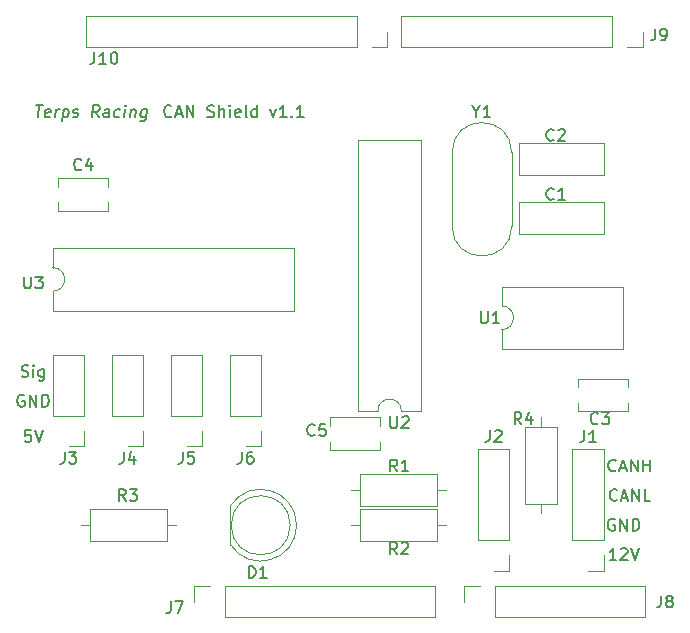
<source format=gbr>
%TF.GenerationSoftware,KiCad,Pcbnew,(5.1.9)-1*%
%TF.CreationDate,2021-10-25T23:02:33-04:00*%
%TF.ProjectId,CAN-Node-Shield,43414e2d-4e6f-4646-952d-536869656c64,rev?*%
%TF.SameCoordinates,Original*%
%TF.FileFunction,Legend,Top*%
%TF.FilePolarity,Positive*%
%FSLAX46Y46*%
G04 Gerber Fmt 4.6, Leading zero omitted, Abs format (unit mm)*
G04 Created by KiCad (PCBNEW (5.1.9)-1) date 2021-10-25 23:02:33*
%MOMM*%
%LPD*%
G01*
G04 APERTURE LIST*
%ADD10C,0.150000*%
%ADD11C,0.120000*%
G04 APERTURE END LIST*
D10*
X114023809Y-77404761D02*
X114166666Y-77452380D01*
X114404761Y-77452380D01*
X114500000Y-77404761D01*
X114547619Y-77357142D01*
X114595238Y-77261904D01*
X114595238Y-77166666D01*
X114547619Y-77071428D01*
X114500000Y-77023809D01*
X114404761Y-76976190D01*
X114214285Y-76928571D01*
X114119047Y-76880952D01*
X114071428Y-76833333D01*
X114023809Y-76738095D01*
X114023809Y-76642857D01*
X114071428Y-76547619D01*
X114119047Y-76500000D01*
X114214285Y-76452380D01*
X114452380Y-76452380D01*
X114595238Y-76500000D01*
X115023809Y-77452380D02*
X115023809Y-76785714D01*
X115023809Y-76452380D02*
X114976190Y-76500000D01*
X115023809Y-76547619D01*
X115071428Y-76500000D01*
X115023809Y-76452380D01*
X115023809Y-76547619D01*
X115928571Y-76785714D02*
X115928571Y-77595238D01*
X115880952Y-77690476D01*
X115833333Y-77738095D01*
X115738095Y-77785714D01*
X115595238Y-77785714D01*
X115500000Y-77738095D01*
X115928571Y-77404761D02*
X115833333Y-77452380D01*
X115642857Y-77452380D01*
X115547619Y-77404761D01*
X115500000Y-77357142D01*
X115452380Y-77261904D01*
X115452380Y-76976190D01*
X115500000Y-76880952D01*
X115547619Y-76833333D01*
X115642857Y-76785714D01*
X115833333Y-76785714D01*
X115928571Y-76833333D01*
X114238095Y-79000000D02*
X114142857Y-78952380D01*
X114000000Y-78952380D01*
X113857142Y-79000000D01*
X113761904Y-79095238D01*
X113714285Y-79190476D01*
X113666666Y-79380952D01*
X113666666Y-79523809D01*
X113714285Y-79714285D01*
X113761904Y-79809523D01*
X113857142Y-79904761D01*
X114000000Y-79952380D01*
X114095238Y-79952380D01*
X114238095Y-79904761D01*
X114285714Y-79857142D01*
X114285714Y-79523809D01*
X114095238Y-79523809D01*
X114714285Y-79952380D02*
X114714285Y-78952380D01*
X115285714Y-79952380D01*
X115285714Y-78952380D01*
X115761904Y-79952380D02*
X115761904Y-78952380D01*
X116000000Y-78952380D01*
X116142857Y-79000000D01*
X116238095Y-79095238D01*
X116285714Y-79190476D01*
X116333333Y-79380952D01*
X116333333Y-79523809D01*
X116285714Y-79714285D01*
X116238095Y-79809523D01*
X116142857Y-79904761D01*
X116000000Y-79952380D01*
X115761904Y-79952380D01*
X114809523Y-81952380D02*
X114333333Y-81952380D01*
X114285714Y-82428571D01*
X114333333Y-82380952D01*
X114428571Y-82333333D01*
X114666666Y-82333333D01*
X114761904Y-82380952D01*
X114809523Y-82428571D01*
X114857142Y-82523809D01*
X114857142Y-82761904D01*
X114809523Y-82857142D01*
X114761904Y-82904761D01*
X114666666Y-82952380D01*
X114428571Y-82952380D01*
X114333333Y-82904761D01*
X114285714Y-82857142D01*
X115142857Y-81952380D02*
X115476190Y-82952380D01*
X115809523Y-81952380D01*
X164333333Y-85357142D02*
X164285714Y-85404761D01*
X164142857Y-85452380D01*
X164047619Y-85452380D01*
X163904761Y-85404761D01*
X163809523Y-85309523D01*
X163761904Y-85214285D01*
X163714285Y-85023809D01*
X163714285Y-84880952D01*
X163761904Y-84690476D01*
X163809523Y-84595238D01*
X163904761Y-84500000D01*
X164047619Y-84452380D01*
X164142857Y-84452380D01*
X164285714Y-84500000D01*
X164333333Y-84547619D01*
X164714285Y-85166666D02*
X165190476Y-85166666D01*
X164619047Y-85452380D02*
X164952380Y-84452380D01*
X165285714Y-85452380D01*
X165619047Y-85452380D02*
X165619047Y-84452380D01*
X166190476Y-85452380D01*
X166190476Y-84452380D01*
X166666666Y-85452380D02*
X166666666Y-84452380D01*
X166666666Y-84928571D02*
X167238095Y-84928571D01*
X167238095Y-85452380D02*
X167238095Y-84452380D01*
X164452380Y-87857142D02*
X164404761Y-87904761D01*
X164261904Y-87952380D01*
X164166666Y-87952380D01*
X164023809Y-87904761D01*
X163928571Y-87809523D01*
X163880952Y-87714285D01*
X163833333Y-87523809D01*
X163833333Y-87380952D01*
X163880952Y-87190476D01*
X163928571Y-87095238D01*
X164023809Y-87000000D01*
X164166666Y-86952380D01*
X164261904Y-86952380D01*
X164404761Y-87000000D01*
X164452380Y-87047619D01*
X164833333Y-87666666D02*
X165309523Y-87666666D01*
X164738095Y-87952380D02*
X165071428Y-86952380D01*
X165404761Y-87952380D01*
X165738095Y-87952380D02*
X165738095Y-86952380D01*
X166309523Y-87952380D01*
X166309523Y-86952380D01*
X167261904Y-87952380D02*
X166785714Y-87952380D01*
X166785714Y-86952380D01*
X164238095Y-89500000D02*
X164142857Y-89452380D01*
X164000000Y-89452380D01*
X163857142Y-89500000D01*
X163761904Y-89595238D01*
X163714285Y-89690476D01*
X163666666Y-89880952D01*
X163666666Y-90023809D01*
X163714285Y-90214285D01*
X163761904Y-90309523D01*
X163857142Y-90404761D01*
X164000000Y-90452380D01*
X164095238Y-90452380D01*
X164238095Y-90404761D01*
X164285714Y-90357142D01*
X164285714Y-90023809D01*
X164095238Y-90023809D01*
X164714285Y-90452380D02*
X164714285Y-89452380D01*
X165285714Y-90452380D01*
X165285714Y-89452380D01*
X165761904Y-90452380D02*
X165761904Y-89452380D01*
X166000000Y-89452380D01*
X166142857Y-89500000D01*
X166238095Y-89595238D01*
X166285714Y-89690476D01*
X166333333Y-89880952D01*
X166333333Y-90023809D01*
X166285714Y-90214285D01*
X166238095Y-90309523D01*
X166142857Y-90404761D01*
X166000000Y-90452380D01*
X165761904Y-90452380D01*
X164380952Y-92952380D02*
X163809523Y-92952380D01*
X164095238Y-92952380D02*
X164095238Y-91952380D01*
X164000000Y-92095238D01*
X163904761Y-92190476D01*
X163809523Y-92238095D01*
X164761904Y-92047619D02*
X164809523Y-92000000D01*
X164904761Y-91952380D01*
X165142857Y-91952380D01*
X165238095Y-92000000D01*
X165285714Y-92047619D01*
X165333333Y-92142857D01*
X165333333Y-92238095D01*
X165285714Y-92380952D01*
X164714285Y-92952380D01*
X165333333Y-92952380D01*
X165619047Y-91952380D02*
X165952380Y-92952380D01*
X166285714Y-91952380D01*
X126714285Y-55357142D02*
X126666666Y-55404761D01*
X126523809Y-55452380D01*
X126428571Y-55452380D01*
X126285714Y-55404761D01*
X126190476Y-55309523D01*
X126142857Y-55214285D01*
X126095238Y-55023809D01*
X126095238Y-54880952D01*
X126142857Y-54690476D01*
X126190476Y-54595238D01*
X126285714Y-54500000D01*
X126428571Y-54452380D01*
X126523809Y-54452380D01*
X126666666Y-54500000D01*
X126714285Y-54547619D01*
X127095238Y-55166666D02*
X127571428Y-55166666D01*
X127000000Y-55452380D02*
X127333333Y-54452380D01*
X127666666Y-55452380D01*
X128000000Y-55452380D02*
X128000000Y-54452380D01*
X128571428Y-55452380D01*
X128571428Y-54452380D01*
X129761904Y-55404761D02*
X129904761Y-55452380D01*
X130142857Y-55452380D01*
X130238095Y-55404761D01*
X130285714Y-55357142D01*
X130333333Y-55261904D01*
X130333333Y-55166666D01*
X130285714Y-55071428D01*
X130238095Y-55023809D01*
X130142857Y-54976190D01*
X129952380Y-54928571D01*
X129857142Y-54880952D01*
X129809523Y-54833333D01*
X129761904Y-54738095D01*
X129761904Y-54642857D01*
X129809523Y-54547619D01*
X129857142Y-54500000D01*
X129952380Y-54452380D01*
X130190476Y-54452380D01*
X130333333Y-54500000D01*
X130761904Y-55452380D02*
X130761904Y-54452380D01*
X131190476Y-55452380D02*
X131190476Y-54928571D01*
X131142857Y-54833333D01*
X131047619Y-54785714D01*
X130904761Y-54785714D01*
X130809523Y-54833333D01*
X130761904Y-54880952D01*
X131666666Y-55452380D02*
X131666666Y-54785714D01*
X131666666Y-54452380D02*
X131619047Y-54500000D01*
X131666666Y-54547619D01*
X131714285Y-54500000D01*
X131666666Y-54452380D01*
X131666666Y-54547619D01*
X132523809Y-55404761D02*
X132428571Y-55452380D01*
X132238095Y-55452380D01*
X132142857Y-55404761D01*
X132095238Y-55309523D01*
X132095238Y-54928571D01*
X132142857Y-54833333D01*
X132238095Y-54785714D01*
X132428571Y-54785714D01*
X132523809Y-54833333D01*
X132571428Y-54928571D01*
X132571428Y-55023809D01*
X132095238Y-55119047D01*
X133142857Y-55452380D02*
X133047619Y-55404761D01*
X133000000Y-55309523D01*
X133000000Y-54452380D01*
X133952380Y-55452380D02*
X133952380Y-54452380D01*
X133952380Y-55404761D02*
X133857142Y-55452380D01*
X133666666Y-55452380D01*
X133571428Y-55404761D01*
X133523809Y-55357142D01*
X133476190Y-55261904D01*
X133476190Y-54976190D01*
X133523809Y-54880952D01*
X133571428Y-54833333D01*
X133666666Y-54785714D01*
X133857142Y-54785714D01*
X133952380Y-54833333D01*
X135095238Y-54785714D02*
X135333333Y-55452380D01*
X135571428Y-54785714D01*
X136476190Y-55452380D02*
X135904761Y-55452380D01*
X136190476Y-55452380D02*
X136190476Y-54452380D01*
X136095238Y-54595238D01*
X136000000Y-54690476D01*
X135904761Y-54738095D01*
X136904761Y-55357142D02*
X136952380Y-55404761D01*
X136904761Y-55452380D01*
X136857142Y-55404761D01*
X136904761Y-55357142D01*
X136904761Y-55452380D01*
X137904761Y-55452380D02*
X137333333Y-55452380D01*
X137619047Y-55452380D02*
X137619047Y-54452380D01*
X137523809Y-54595238D01*
X137428571Y-54690476D01*
X137333333Y-54738095D01*
X115239300Y-54452380D02*
X115810729Y-54452380D01*
X115400014Y-55452380D02*
X115525014Y-54452380D01*
X116405967Y-55404761D02*
X116304776Y-55452380D01*
X116114300Y-55452380D01*
X116025014Y-55404761D01*
X115989300Y-55309523D01*
X116036919Y-54928571D01*
X116096443Y-54833333D01*
X116197633Y-54785714D01*
X116388110Y-54785714D01*
X116477395Y-54833333D01*
X116513110Y-54928571D01*
X116501205Y-55023809D01*
X116013110Y-55119047D01*
X116876205Y-55452380D02*
X116959538Y-54785714D01*
X116935729Y-54976190D02*
X116995252Y-54880952D01*
X117048824Y-54833333D01*
X117150014Y-54785714D01*
X117245252Y-54785714D01*
X117578586Y-54785714D02*
X117453586Y-55785714D01*
X117572633Y-54833333D02*
X117673824Y-54785714D01*
X117864300Y-54785714D01*
X117953586Y-54833333D01*
X117995252Y-54880952D01*
X118030967Y-54976190D01*
X117995252Y-55261904D01*
X117935729Y-55357142D01*
X117882157Y-55404761D01*
X117780967Y-55452380D01*
X117590491Y-55452380D01*
X117501205Y-55404761D01*
X118358348Y-55404761D02*
X118447633Y-55452380D01*
X118638110Y-55452380D01*
X118739300Y-55404761D01*
X118798824Y-55309523D01*
X118804776Y-55261904D01*
X118769062Y-55166666D01*
X118679776Y-55119047D01*
X118536919Y-55119047D01*
X118447633Y-55071428D01*
X118411919Y-54976190D01*
X118417872Y-54928571D01*
X118477395Y-54833333D01*
X118578586Y-54785714D01*
X118721443Y-54785714D01*
X118810729Y-54833333D01*
X120542872Y-55452380D02*
X120269062Y-54976190D01*
X119971443Y-55452380D02*
X120096443Y-54452380D01*
X120477395Y-54452380D01*
X120566681Y-54500000D01*
X120608348Y-54547619D01*
X120644062Y-54642857D01*
X120626205Y-54785714D01*
X120566681Y-54880952D01*
X120513110Y-54928571D01*
X120411919Y-54976190D01*
X120030967Y-54976190D01*
X121400014Y-55452380D02*
X121465491Y-54928571D01*
X121429776Y-54833333D01*
X121340491Y-54785714D01*
X121150014Y-54785714D01*
X121048824Y-54833333D01*
X121405967Y-55404761D02*
X121304776Y-55452380D01*
X121066681Y-55452380D01*
X120977395Y-55404761D01*
X120941681Y-55309523D01*
X120953586Y-55214285D01*
X121013110Y-55119047D01*
X121114300Y-55071428D01*
X121352395Y-55071428D01*
X121453586Y-55023809D01*
X122310729Y-55404761D02*
X122209538Y-55452380D01*
X122019062Y-55452380D01*
X121929776Y-55404761D01*
X121888110Y-55357142D01*
X121852395Y-55261904D01*
X121888110Y-54976190D01*
X121947633Y-54880952D01*
X122001205Y-54833333D01*
X122102395Y-54785714D01*
X122292872Y-54785714D01*
X122382157Y-54833333D01*
X122733348Y-55452380D02*
X122816681Y-54785714D01*
X122858348Y-54452380D02*
X122804776Y-54500000D01*
X122846443Y-54547619D01*
X122900014Y-54500000D01*
X122858348Y-54452380D01*
X122846443Y-54547619D01*
X123292872Y-54785714D02*
X123209538Y-55452380D01*
X123280967Y-54880952D02*
X123334538Y-54833333D01*
X123435729Y-54785714D01*
X123578586Y-54785714D01*
X123667872Y-54833333D01*
X123703586Y-54928571D01*
X123638110Y-55452380D01*
X124626205Y-54785714D02*
X124525014Y-55595238D01*
X124465491Y-55690476D01*
X124411919Y-55738095D01*
X124310729Y-55785714D01*
X124167872Y-55785714D01*
X124078586Y-55738095D01*
X124548824Y-55404761D02*
X124447633Y-55452380D01*
X124257157Y-55452380D01*
X124167872Y-55404761D01*
X124126205Y-55357142D01*
X124090491Y-55261904D01*
X124126205Y-54976190D01*
X124185729Y-54880952D01*
X124239300Y-54833333D01*
X124340491Y-54785714D01*
X124530967Y-54785714D01*
X124620252Y-54833333D01*
D11*
%TO.C,R4*%
X158000000Y-80880000D02*
X158000000Y-81650000D01*
X158000000Y-88960000D02*
X158000000Y-88190000D01*
X156630000Y-81650000D02*
X156630000Y-88190000D01*
X159370000Y-81650000D02*
X156630000Y-81650000D01*
X159370000Y-88190000D02*
X159370000Y-81650000D01*
X156630000Y-88190000D02*
X159370000Y-88190000D01*
%TO.C,U1*%
X154670000Y-69790000D02*
X154670000Y-71440000D01*
X164950000Y-69790000D02*
X154670000Y-69790000D01*
X164950000Y-75090000D02*
X164950000Y-69790000D01*
X154670000Y-75090000D02*
X164950000Y-75090000D01*
X154670000Y-73440000D02*
X154670000Y-75090000D01*
X154670000Y-71440000D02*
G75*
G02*
X154670000Y-73440000I0J-1000000D01*
G01*
%TO.C,R3*%
X127120000Y-90000000D02*
X126350000Y-90000000D01*
X119040000Y-90000000D02*
X119810000Y-90000000D01*
X126350000Y-88630000D02*
X119810000Y-88630000D01*
X126350000Y-91370000D02*
X126350000Y-88630000D01*
X119810000Y-91370000D02*
X126350000Y-91370000D01*
X119810000Y-88630000D02*
X119810000Y-91370000D01*
%TO.C,R2*%
X141880000Y-90000000D02*
X142650000Y-90000000D01*
X149960000Y-90000000D02*
X149190000Y-90000000D01*
X142650000Y-91370000D02*
X149190000Y-91370000D01*
X142650000Y-88630000D02*
X142650000Y-91370000D01*
X149190000Y-88630000D02*
X142650000Y-88630000D01*
X149190000Y-91370000D02*
X149190000Y-88630000D01*
%TO.C,R1*%
X141880000Y-87000000D02*
X142650000Y-87000000D01*
X149960000Y-87000000D02*
X149190000Y-87000000D01*
X142650000Y-88370000D02*
X149190000Y-88370000D01*
X142650000Y-85630000D02*
X142650000Y-88370000D01*
X149190000Y-85630000D02*
X142650000Y-85630000D01*
X149190000Y-88370000D02*
X149190000Y-85630000D01*
%TO.C,D1*%
X131710000Y-88360000D02*
X131710000Y-91640000D01*
X136770000Y-90000000D02*
G75*
G03*
X136770000Y-90000000I-2500000J0D01*
G01*
X137309999Y-90001958D02*
G75*
G03*
X131710000Y-88360488I-3039999J1958D01*
G01*
X137309999Y-89998042D02*
G75*
G02*
X131710000Y-91639512I-3039999J-1958D01*
G01*
%TO.C,C5*%
X144370000Y-82915000D02*
X144370000Y-83620000D01*
X144370000Y-80880000D02*
X144370000Y-81585000D01*
X140130000Y-82915000D02*
X140130000Y-83620000D01*
X140130000Y-80880000D02*
X140130000Y-81585000D01*
X140130000Y-83620000D02*
X144370000Y-83620000D01*
X140130000Y-80880000D02*
X144370000Y-80880000D01*
%TO.C,C4*%
X121370000Y-62665000D02*
X121370000Y-63370000D01*
X121370000Y-60630000D02*
X121370000Y-61335000D01*
X117130000Y-62665000D02*
X117130000Y-63370000D01*
X117130000Y-60630000D02*
X117130000Y-61335000D01*
X117130000Y-63370000D02*
X121370000Y-63370000D01*
X117130000Y-60630000D02*
X121370000Y-60630000D01*
%TO.C,C3*%
X165370000Y-79665000D02*
X165370000Y-80370000D01*
X165370000Y-77630000D02*
X165370000Y-78335000D01*
X161130000Y-79665000D02*
X161130000Y-80370000D01*
X161130000Y-77630000D02*
X161130000Y-78335000D01*
X161130000Y-80370000D02*
X165370000Y-80370000D01*
X161130000Y-77630000D02*
X165370000Y-77630000D01*
%TO.C,C2*%
X156130000Y-60370000D02*
X156130000Y-57630000D01*
X163370000Y-60370000D02*
X163370000Y-57630000D01*
X163370000Y-57630000D02*
X156130000Y-57630000D01*
X163370000Y-60370000D02*
X156130000Y-60370000D01*
%TO.C,C1*%
X156130000Y-65370000D02*
X156130000Y-62630000D01*
X163370000Y-65370000D02*
X163370000Y-62630000D01*
X163370000Y-62630000D02*
X156130000Y-62630000D01*
X163370000Y-65370000D02*
X156130000Y-65370000D01*
%TO.C,U2*%
X142540000Y-80330000D02*
X144190000Y-80330000D01*
X142540000Y-57350000D02*
X142540000Y-80330000D01*
X147840000Y-57350000D02*
X142540000Y-57350000D01*
X147840000Y-80330000D02*
X147840000Y-57350000D01*
X146190000Y-80330000D02*
X147840000Y-80330000D01*
X144190000Y-80330000D02*
G75*
G02*
X146190000Y-80330000I1000000J0D01*
G01*
%TO.C,J6*%
X134330000Y-83330000D02*
X133000000Y-83330000D01*
X134330000Y-82000000D02*
X134330000Y-83330000D01*
X134330000Y-80730000D02*
X131670000Y-80730000D01*
X131670000Y-80730000D02*
X131670000Y-75590000D01*
X134330000Y-80730000D02*
X134330000Y-75590000D01*
X134330000Y-75590000D02*
X131670000Y-75590000D01*
%TO.C,U3*%
X116670000Y-66540000D02*
X116670000Y-68190000D01*
X137110000Y-66540000D02*
X116670000Y-66540000D01*
X137110000Y-71840000D02*
X137110000Y-66540000D01*
X116670000Y-71840000D02*
X137110000Y-71840000D01*
X116670000Y-70190000D02*
X116670000Y-71840000D01*
X116670000Y-68190000D02*
G75*
G02*
X116670000Y-70190000I0J-1000000D01*
G01*
%TO.C,Y1*%
X155525000Y-64685000D02*
X155525000Y-58435000D01*
X150475000Y-64685000D02*
X150475000Y-58435000D01*
X155525000Y-64685000D02*
G75*
G02*
X150475000Y-64685000I-2525000J0D01*
G01*
X155525000Y-58435000D02*
G75*
G03*
X150475000Y-58435000I-2525000J0D01*
G01*
%TO.C,J10*%
X144986000Y-48200000D02*
X144986000Y-49530000D01*
X144986000Y-49530000D02*
X143656000Y-49530000D01*
X142386000Y-49530000D02*
X119466000Y-49530000D01*
X119466000Y-46870000D02*
X119466000Y-49530000D01*
X142386000Y-46870000D02*
X119466000Y-46870000D01*
X142386000Y-46870000D02*
X142386000Y-49530000D01*
%TO.C,J9*%
X166630000Y-48200000D02*
X166630000Y-49530000D01*
X166630000Y-49530000D02*
X165300000Y-49530000D01*
X164030000Y-49530000D02*
X146190000Y-49530000D01*
X146190000Y-46870000D02*
X146190000Y-49530000D01*
X164030000Y-46870000D02*
X146190000Y-46870000D01*
X164030000Y-46870000D02*
X164030000Y-49530000D01*
%TO.C,J8*%
X151470000Y-96460000D02*
X151470000Y-95130000D01*
X151470000Y-95130000D02*
X152800000Y-95130000D01*
X154070000Y-95130000D02*
X166830000Y-95130000D01*
X166830000Y-97790000D02*
X166830000Y-95130000D01*
X154070000Y-97790000D02*
X166830000Y-97790000D01*
X154070000Y-97790000D02*
X154070000Y-95130000D01*
%TO.C,J7*%
X128610000Y-96460000D02*
X128610000Y-95130000D01*
X128610000Y-95130000D02*
X129940000Y-95130000D01*
X131210000Y-95130000D02*
X149050000Y-95130000D01*
X149050000Y-97790000D02*
X149050000Y-95130000D01*
X131210000Y-97790000D02*
X149050000Y-97790000D01*
X131210000Y-97790000D02*
X131210000Y-95130000D01*
%TO.C,J5*%
X129330000Y-83330000D02*
X128000000Y-83330000D01*
X129330000Y-82000000D02*
X129330000Y-83330000D01*
X129330000Y-80730000D02*
X126670000Y-80730000D01*
X126670000Y-80730000D02*
X126670000Y-75590000D01*
X129330000Y-80730000D02*
X129330000Y-75590000D01*
X129330000Y-75590000D02*
X126670000Y-75590000D01*
%TO.C,J4*%
X124330000Y-83330000D02*
X123000000Y-83330000D01*
X124330000Y-82000000D02*
X124330000Y-83330000D01*
X124330000Y-80730000D02*
X121670000Y-80730000D01*
X121670000Y-80730000D02*
X121670000Y-75590000D01*
X124330000Y-80730000D02*
X124330000Y-75590000D01*
X124330000Y-75590000D02*
X121670000Y-75590000D01*
%TO.C,J3*%
X119330000Y-83330000D02*
X118000000Y-83330000D01*
X119330000Y-82000000D02*
X119330000Y-83330000D01*
X119330000Y-80730000D02*
X116670000Y-80730000D01*
X116670000Y-80730000D02*
X116670000Y-75590000D01*
X119330000Y-80730000D02*
X119330000Y-75590000D01*
X119330000Y-75590000D02*
X116670000Y-75590000D01*
%TO.C,J2*%
X155330000Y-93850000D02*
X154000000Y-93850000D01*
X155330000Y-92520000D02*
X155330000Y-93850000D01*
X155330000Y-91250000D02*
X152670000Y-91250000D01*
X152670000Y-91250000D02*
X152670000Y-83570000D01*
X155330000Y-91250000D02*
X155330000Y-83570000D01*
X155330000Y-83570000D02*
X152670000Y-83570000D01*
%TO.C,J1*%
X163330000Y-93850000D02*
X162000000Y-93850000D01*
X163330000Y-92520000D02*
X163330000Y-93850000D01*
X163330000Y-91250000D02*
X160670000Y-91250000D01*
X160670000Y-91250000D02*
X160670000Y-83570000D01*
X163330000Y-91250000D02*
X163330000Y-83570000D01*
X163330000Y-83570000D02*
X160670000Y-83570000D01*
%TO.C,R4*%
D10*
X156333333Y-81452380D02*
X156000000Y-80976190D01*
X155761904Y-81452380D02*
X155761904Y-80452380D01*
X156142857Y-80452380D01*
X156238095Y-80500000D01*
X156285714Y-80547619D01*
X156333333Y-80642857D01*
X156333333Y-80785714D01*
X156285714Y-80880952D01*
X156238095Y-80928571D01*
X156142857Y-80976190D01*
X155761904Y-80976190D01*
X157190476Y-80785714D02*
X157190476Y-81452380D01*
X156952380Y-80404761D02*
X156714285Y-81119047D01*
X157333333Y-81119047D01*
%TO.C,U1*%
X152908095Y-71892380D02*
X152908095Y-72701904D01*
X152955714Y-72797142D01*
X153003333Y-72844761D01*
X153098571Y-72892380D01*
X153289047Y-72892380D01*
X153384285Y-72844761D01*
X153431904Y-72797142D01*
X153479523Y-72701904D01*
X153479523Y-71892380D01*
X154479523Y-72892380D02*
X153908095Y-72892380D01*
X154193809Y-72892380D02*
X154193809Y-71892380D01*
X154098571Y-72035238D01*
X154003333Y-72130476D01*
X153908095Y-72178095D01*
%TO.C,R3*%
X122833333Y-87952380D02*
X122500000Y-87476190D01*
X122261904Y-87952380D02*
X122261904Y-86952380D01*
X122642857Y-86952380D01*
X122738095Y-87000000D01*
X122785714Y-87047619D01*
X122833333Y-87142857D01*
X122833333Y-87285714D01*
X122785714Y-87380952D01*
X122738095Y-87428571D01*
X122642857Y-87476190D01*
X122261904Y-87476190D01*
X123166666Y-86952380D02*
X123785714Y-86952380D01*
X123452380Y-87333333D01*
X123595238Y-87333333D01*
X123690476Y-87380952D01*
X123738095Y-87428571D01*
X123785714Y-87523809D01*
X123785714Y-87761904D01*
X123738095Y-87857142D01*
X123690476Y-87904761D01*
X123595238Y-87952380D01*
X123309523Y-87952380D01*
X123214285Y-87904761D01*
X123166666Y-87857142D01*
%TO.C,R2*%
X145833333Y-92452380D02*
X145500000Y-91976190D01*
X145261904Y-92452380D02*
X145261904Y-91452380D01*
X145642857Y-91452380D01*
X145738095Y-91500000D01*
X145785714Y-91547619D01*
X145833333Y-91642857D01*
X145833333Y-91785714D01*
X145785714Y-91880952D01*
X145738095Y-91928571D01*
X145642857Y-91976190D01*
X145261904Y-91976190D01*
X146214285Y-91547619D02*
X146261904Y-91500000D01*
X146357142Y-91452380D01*
X146595238Y-91452380D01*
X146690476Y-91500000D01*
X146738095Y-91547619D01*
X146785714Y-91642857D01*
X146785714Y-91738095D01*
X146738095Y-91880952D01*
X146166666Y-92452380D01*
X146785714Y-92452380D01*
%TO.C,R1*%
X145833333Y-85452380D02*
X145500000Y-84976190D01*
X145261904Y-85452380D02*
X145261904Y-84452380D01*
X145642857Y-84452380D01*
X145738095Y-84500000D01*
X145785714Y-84547619D01*
X145833333Y-84642857D01*
X145833333Y-84785714D01*
X145785714Y-84880952D01*
X145738095Y-84928571D01*
X145642857Y-84976190D01*
X145261904Y-84976190D01*
X146785714Y-85452380D02*
X146214285Y-85452380D01*
X146500000Y-85452380D02*
X146500000Y-84452380D01*
X146404761Y-84595238D01*
X146309523Y-84690476D01*
X146214285Y-84738095D01*
%TO.C,D1*%
X133261904Y-94452380D02*
X133261904Y-93452380D01*
X133500000Y-93452380D01*
X133642857Y-93500000D01*
X133738095Y-93595238D01*
X133785714Y-93690476D01*
X133833333Y-93880952D01*
X133833333Y-94023809D01*
X133785714Y-94214285D01*
X133738095Y-94309523D01*
X133642857Y-94404761D01*
X133500000Y-94452380D01*
X133261904Y-94452380D01*
X134785714Y-94452380D02*
X134214285Y-94452380D01*
X134500000Y-94452380D02*
X134500000Y-93452380D01*
X134404761Y-93595238D01*
X134309523Y-93690476D01*
X134214285Y-93738095D01*
%TO.C,C5*%
X138833333Y-82357142D02*
X138785714Y-82404761D01*
X138642857Y-82452380D01*
X138547619Y-82452380D01*
X138404761Y-82404761D01*
X138309523Y-82309523D01*
X138261904Y-82214285D01*
X138214285Y-82023809D01*
X138214285Y-81880952D01*
X138261904Y-81690476D01*
X138309523Y-81595238D01*
X138404761Y-81500000D01*
X138547619Y-81452380D01*
X138642857Y-81452380D01*
X138785714Y-81500000D01*
X138833333Y-81547619D01*
X139738095Y-81452380D02*
X139261904Y-81452380D01*
X139214285Y-81928571D01*
X139261904Y-81880952D01*
X139357142Y-81833333D01*
X139595238Y-81833333D01*
X139690476Y-81880952D01*
X139738095Y-81928571D01*
X139785714Y-82023809D01*
X139785714Y-82261904D01*
X139738095Y-82357142D01*
X139690476Y-82404761D01*
X139595238Y-82452380D01*
X139357142Y-82452380D01*
X139261904Y-82404761D01*
X139214285Y-82357142D01*
%TO.C,C4*%
X119083333Y-59857142D02*
X119035714Y-59904761D01*
X118892857Y-59952380D01*
X118797619Y-59952380D01*
X118654761Y-59904761D01*
X118559523Y-59809523D01*
X118511904Y-59714285D01*
X118464285Y-59523809D01*
X118464285Y-59380952D01*
X118511904Y-59190476D01*
X118559523Y-59095238D01*
X118654761Y-59000000D01*
X118797619Y-58952380D01*
X118892857Y-58952380D01*
X119035714Y-59000000D01*
X119083333Y-59047619D01*
X119940476Y-59285714D02*
X119940476Y-59952380D01*
X119702380Y-58904761D02*
X119464285Y-59619047D01*
X120083333Y-59619047D01*
%TO.C,C3*%
X162833333Y-81357142D02*
X162785714Y-81404761D01*
X162642857Y-81452380D01*
X162547619Y-81452380D01*
X162404761Y-81404761D01*
X162309523Y-81309523D01*
X162261904Y-81214285D01*
X162214285Y-81023809D01*
X162214285Y-80880952D01*
X162261904Y-80690476D01*
X162309523Y-80595238D01*
X162404761Y-80500000D01*
X162547619Y-80452380D01*
X162642857Y-80452380D01*
X162785714Y-80500000D01*
X162833333Y-80547619D01*
X163166666Y-80452380D02*
X163785714Y-80452380D01*
X163452380Y-80833333D01*
X163595238Y-80833333D01*
X163690476Y-80880952D01*
X163738095Y-80928571D01*
X163785714Y-81023809D01*
X163785714Y-81261904D01*
X163738095Y-81357142D01*
X163690476Y-81404761D01*
X163595238Y-81452380D01*
X163309523Y-81452380D01*
X163214285Y-81404761D01*
X163166666Y-81357142D01*
%TO.C,C2*%
X159083333Y-57357142D02*
X159035714Y-57404761D01*
X158892857Y-57452380D01*
X158797619Y-57452380D01*
X158654761Y-57404761D01*
X158559523Y-57309523D01*
X158511904Y-57214285D01*
X158464285Y-57023809D01*
X158464285Y-56880952D01*
X158511904Y-56690476D01*
X158559523Y-56595238D01*
X158654761Y-56500000D01*
X158797619Y-56452380D01*
X158892857Y-56452380D01*
X159035714Y-56500000D01*
X159083333Y-56547619D01*
X159464285Y-56547619D02*
X159511904Y-56500000D01*
X159607142Y-56452380D01*
X159845238Y-56452380D01*
X159940476Y-56500000D01*
X159988095Y-56547619D01*
X160035714Y-56642857D01*
X160035714Y-56738095D01*
X159988095Y-56880952D01*
X159416666Y-57452380D01*
X160035714Y-57452380D01*
%TO.C,C1*%
X159083333Y-62357142D02*
X159035714Y-62404761D01*
X158892857Y-62452380D01*
X158797619Y-62452380D01*
X158654761Y-62404761D01*
X158559523Y-62309523D01*
X158511904Y-62214285D01*
X158464285Y-62023809D01*
X158464285Y-61880952D01*
X158511904Y-61690476D01*
X158559523Y-61595238D01*
X158654761Y-61500000D01*
X158797619Y-61452380D01*
X158892857Y-61452380D01*
X159035714Y-61500000D01*
X159083333Y-61547619D01*
X160035714Y-62452380D02*
X159464285Y-62452380D01*
X159750000Y-62452380D02*
X159750000Y-61452380D01*
X159654761Y-61595238D01*
X159559523Y-61690476D01*
X159464285Y-61738095D01*
%TO.C,U2*%
X145238095Y-80782380D02*
X145238095Y-81591904D01*
X145285714Y-81687142D01*
X145333333Y-81734761D01*
X145428571Y-81782380D01*
X145619047Y-81782380D01*
X145714285Y-81734761D01*
X145761904Y-81687142D01*
X145809523Y-81591904D01*
X145809523Y-80782380D01*
X146238095Y-80877619D02*
X146285714Y-80830000D01*
X146380952Y-80782380D01*
X146619047Y-80782380D01*
X146714285Y-80830000D01*
X146761904Y-80877619D01*
X146809523Y-80972857D01*
X146809523Y-81068095D01*
X146761904Y-81210952D01*
X146190476Y-81782380D01*
X146809523Y-81782380D01*
%TO.C,J6*%
X132666666Y-83782380D02*
X132666666Y-84496666D01*
X132619047Y-84639523D01*
X132523809Y-84734761D01*
X132380952Y-84782380D01*
X132285714Y-84782380D01*
X133571428Y-83782380D02*
X133380952Y-83782380D01*
X133285714Y-83830000D01*
X133238095Y-83877619D01*
X133142857Y-84020476D01*
X133095238Y-84210952D01*
X133095238Y-84591904D01*
X133142857Y-84687142D01*
X133190476Y-84734761D01*
X133285714Y-84782380D01*
X133476190Y-84782380D01*
X133571428Y-84734761D01*
X133619047Y-84687142D01*
X133666666Y-84591904D01*
X133666666Y-84353809D01*
X133619047Y-84258571D01*
X133571428Y-84210952D01*
X133476190Y-84163333D01*
X133285714Y-84163333D01*
X133190476Y-84210952D01*
X133142857Y-84258571D01*
X133095238Y-84353809D01*
%TO.C,U3*%
X114238095Y-68952380D02*
X114238095Y-69761904D01*
X114285714Y-69857142D01*
X114333333Y-69904761D01*
X114428571Y-69952380D01*
X114619047Y-69952380D01*
X114714285Y-69904761D01*
X114761904Y-69857142D01*
X114809523Y-69761904D01*
X114809523Y-68952380D01*
X115190476Y-68952380D02*
X115809523Y-68952380D01*
X115476190Y-69333333D01*
X115619047Y-69333333D01*
X115714285Y-69380952D01*
X115761904Y-69428571D01*
X115809523Y-69523809D01*
X115809523Y-69761904D01*
X115761904Y-69857142D01*
X115714285Y-69904761D01*
X115619047Y-69952380D01*
X115333333Y-69952380D01*
X115238095Y-69904761D01*
X115190476Y-69857142D01*
%TO.C,Y1*%
X152523809Y-54976190D02*
X152523809Y-55452380D01*
X152190476Y-54452380D02*
X152523809Y-54976190D01*
X152857142Y-54452380D01*
X153714285Y-55452380D02*
X153142857Y-55452380D01*
X153428571Y-55452380D02*
X153428571Y-54452380D01*
X153333333Y-54595238D01*
X153238095Y-54690476D01*
X153142857Y-54738095D01*
%TO.C,J10*%
X120190476Y-49952380D02*
X120190476Y-50666666D01*
X120142857Y-50809523D01*
X120047619Y-50904761D01*
X119904761Y-50952380D01*
X119809523Y-50952380D01*
X121190476Y-50952380D02*
X120619047Y-50952380D01*
X120904761Y-50952380D02*
X120904761Y-49952380D01*
X120809523Y-50095238D01*
X120714285Y-50190476D01*
X120619047Y-50238095D01*
X121809523Y-49952380D02*
X121904761Y-49952380D01*
X122000000Y-50000000D01*
X122047619Y-50047619D01*
X122095238Y-50142857D01*
X122142857Y-50333333D01*
X122142857Y-50571428D01*
X122095238Y-50761904D01*
X122047619Y-50857142D01*
X122000000Y-50904761D01*
X121904761Y-50952380D01*
X121809523Y-50952380D01*
X121714285Y-50904761D01*
X121666666Y-50857142D01*
X121619047Y-50761904D01*
X121571428Y-50571428D01*
X121571428Y-50333333D01*
X121619047Y-50142857D01*
X121666666Y-50047619D01*
X121714285Y-50000000D01*
X121809523Y-49952380D01*
%TO.C,J9*%
X167666666Y-47952380D02*
X167666666Y-48666666D01*
X167619047Y-48809523D01*
X167523809Y-48904761D01*
X167380952Y-48952380D01*
X167285714Y-48952380D01*
X168190476Y-48952380D02*
X168380952Y-48952380D01*
X168476190Y-48904761D01*
X168523809Y-48857142D01*
X168619047Y-48714285D01*
X168666666Y-48523809D01*
X168666666Y-48142857D01*
X168619047Y-48047619D01*
X168571428Y-48000000D01*
X168476190Y-47952380D01*
X168285714Y-47952380D01*
X168190476Y-48000000D01*
X168142857Y-48047619D01*
X168095238Y-48142857D01*
X168095238Y-48380952D01*
X168142857Y-48476190D01*
X168190476Y-48523809D01*
X168285714Y-48571428D01*
X168476190Y-48571428D01*
X168571428Y-48523809D01*
X168619047Y-48476190D01*
X168666666Y-48380952D01*
%TO.C,J8*%
X168166666Y-95952380D02*
X168166666Y-96666666D01*
X168119047Y-96809523D01*
X168023809Y-96904761D01*
X167880952Y-96952380D01*
X167785714Y-96952380D01*
X168785714Y-96380952D02*
X168690476Y-96333333D01*
X168642857Y-96285714D01*
X168595238Y-96190476D01*
X168595238Y-96142857D01*
X168642857Y-96047619D01*
X168690476Y-96000000D01*
X168785714Y-95952380D01*
X168976190Y-95952380D01*
X169071428Y-96000000D01*
X169119047Y-96047619D01*
X169166666Y-96142857D01*
X169166666Y-96190476D01*
X169119047Y-96285714D01*
X169071428Y-96333333D01*
X168976190Y-96380952D01*
X168785714Y-96380952D01*
X168690476Y-96428571D01*
X168642857Y-96476190D01*
X168595238Y-96571428D01*
X168595238Y-96761904D01*
X168642857Y-96857142D01*
X168690476Y-96904761D01*
X168785714Y-96952380D01*
X168976190Y-96952380D01*
X169071428Y-96904761D01*
X169119047Y-96857142D01*
X169166666Y-96761904D01*
X169166666Y-96571428D01*
X169119047Y-96476190D01*
X169071428Y-96428571D01*
X168976190Y-96380952D01*
%TO.C,J7*%
X126666666Y-96452380D02*
X126666666Y-97166666D01*
X126619047Y-97309523D01*
X126523809Y-97404761D01*
X126380952Y-97452380D01*
X126285714Y-97452380D01*
X127047619Y-96452380D02*
X127714285Y-96452380D01*
X127285714Y-97452380D01*
%TO.C,J5*%
X127666666Y-83782380D02*
X127666666Y-84496666D01*
X127619047Y-84639523D01*
X127523809Y-84734761D01*
X127380952Y-84782380D01*
X127285714Y-84782380D01*
X128619047Y-83782380D02*
X128142857Y-83782380D01*
X128095238Y-84258571D01*
X128142857Y-84210952D01*
X128238095Y-84163333D01*
X128476190Y-84163333D01*
X128571428Y-84210952D01*
X128619047Y-84258571D01*
X128666666Y-84353809D01*
X128666666Y-84591904D01*
X128619047Y-84687142D01*
X128571428Y-84734761D01*
X128476190Y-84782380D01*
X128238095Y-84782380D01*
X128142857Y-84734761D01*
X128095238Y-84687142D01*
%TO.C,J4*%
X122666666Y-83782380D02*
X122666666Y-84496666D01*
X122619047Y-84639523D01*
X122523809Y-84734761D01*
X122380952Y-84782380D01*
X122285714Y-84782380D01*
X123571428Y-84115714D02*
X123571428Y-84782380D01*
X123333333Y-83734761D02*
X123095238Y-84449047D01*
X123714285Y-84449047D01*
%TO.C,J3*%
X117666666Y-83782380D02*
X117666666Y-84496666D01*
X117619047Y-84639523D01*
X117523809Y-84734761D01*
X117380952Y-84782380D01*
X117285714Y-84782380D01*
X118047619Y-83782380D02*
X118666666Y-83782380D01*
X118333333Y-84163333D01*
X118476190Y-84163333D01*
X118571428Y-84210952D01*
X118619047Y-84258571D01*
X118666666Y-84353809D01*
X118666666Y-84591904D01*
X118619047Y-84687142D01*
X118571428Y-84734761D01*
X118476190Y-84782380D01*
X118190476Y-84782380D01*
X118095238Y-84734761D01*
X118047619Y-84687142D01*
%TO.C,J2*%
X153666666Y-81952380D02*
X153666666Y-82666666D01*
X153619047Y-82809523D01*
X153523809Y-82904761D01*
X153380952Y-82952380D01*
X153285714Y-82952380D01*
X154095238Y-82047619D02*
X154142857Y-82000000D01*
X154238095Y-81952380D01*
X154476190Y-81952380D01*
X154571428Y-82000000D01*
X154619047Y-82047619D01*
X154666666Y-82142857D01*
X154666666Y-82238095D01*
X154619047Y-82380952D01*
X154047619Y-82952380D01*
X154666666Y-82952380D01*
%TO.C,J1*%
X161666666Y-81952380D02*
X161666666Y-82666666D01*
X161619047Y-82809523D01*
X161523809Y-82904761D01*
X161380952Y-82952380D01*
X161285714Y-82952380D01*
X162666666Y-82952380D02*
X162095238Y-82952380D01*
X162380952Y-82952380D02*
X162380952Y-81952380D01*
X162285714Y-82095238D01*
X162190476Y-82190476D01*
X162095238Y-82238095D01*
%TD*%
M02*

</source>
